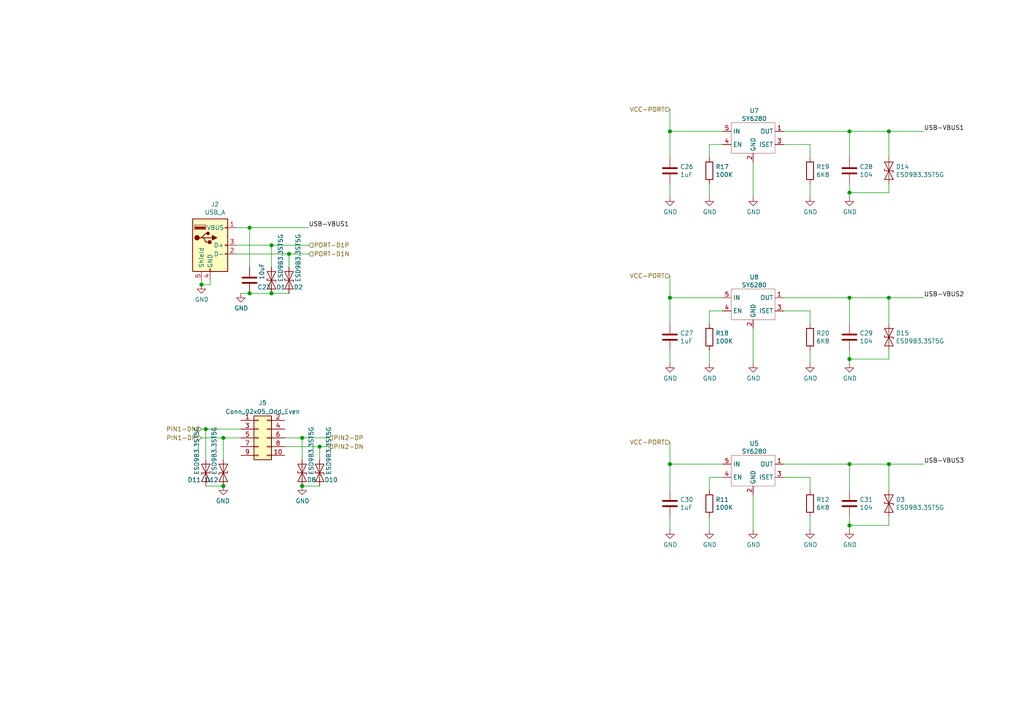
<source format=kicad_sch>
(kicad_sch (version 20210406) (generator eeschema)
  (paper "A4")
  (lib_symbols
    (symbol "Connector:USB_A" (pin_names (offset 1.016))
      (property "Reference" "J" (at -5.08 11.43 0))
      (property "Value" "USB_A" (at -5.08 8.89 0))
      (symbol "USB_A_0_1"
        (circle (center -3.81 2.159) (radius 0.635) (stroke (width 0.254)) (fill (type outline)))
        (circle (center -0.635 3.429) (radius 0.381) (stroke (width 0.254)) (fill (type outline)))
        (rectangle (start -1.27 4.572) (end -4.572 5.842))
        (rectangle (start -0.127 -7.62) (end 0.127 -6.858))
        (rectangle (start 5.08 -2.667) (end 4.318 -2.413))
        (rectangle (start 5.08 -0.127) (end 4.318 0.127))
        (rectangle (start 5.08 4.953) (end 4.318 5.207))
        (rectangle (start -1.524 4.826) (end -4.318 5.334) (fill (type outline)))
        (rectangle (start 0.254 1.27) (end -0.508 0.508) (stroke (width 0.254)) (fill (type outline)))
        (rectangle (start -5.08 -7.62) (end 5.08 7.62) (stroke (width 0.254)) (fill (type background)))
        (polyline (pts (xy -3.175 2.159) (xy -2.54 2.159) (xy -1.27 3.429) (xy -0.635 3.429)) (stroke (width 0.254)))
        (polyline (pts (xy -2.54 2.159) (xy -1.905 2.159) (xy -1.27 0.889) (xy 0 0.889)) (stroke (width 0.254)))
        (polyline (pts (xy 0.635 2.794) (xy 0.635 1.524) (xy 1.905 2.159) (xy 0.635 2.794)) (stroke (width 0.254)) (fill (type outline)))
      )
      (symbol "USB_A_1_1"
        (polyline (pts (xy -1.905 2.159) (xy 0.635 2.159)) (stroke (width 0.254)))
        (pin power_in line (at 7.62 5.08 180) (length 2.54) (name "VBUS") (number "1"))
        (pin bidirectional line (at 7.62 -2.54 180) (length 2.54) (name "D-") (number "2"))
        (pin bidirectional line (at 7.62 0 180) (length 2.54) (name "D+") (number "3"))
        (pin power_in line (at 0 -10.16 90) (length 2.54) (name "GND") (number "4"))
        (pin passive line (at -2.54 -10.16 90) (length 2.54) (name "Shield") (number "5"))
      )
    )
    (symbol "Connector_Generic:Conn_02x05_Odd_Even" (pin_names (offset 1.016) hide)
      (property "Reference" "J" (at 1.27 7.62 0))
      (property "Value" "Conn_02x05_Odd_Even" (at 1.27 -7.62 0))
      (symbol "Conn_02x05_Odd_Even_1_1"
        (rectangle (start -1.27 -4.953) (end 0 -5.207) (stroke (width 0.1524)))
        (rectangle (start -1.27 -2.413) (end 0 -2.667) (stroke (width 0.1524)))
        (rectangle (start -1.27 0.127) (end 0 -0.127) (stroke (width 0.1524)))
        (rectangle (start -1.27 2.667) (end 0 2.413) (stroke (width 0.1524)))
        (rectangle (start -1.27 5.207) (end 0 4.953) (stroke (width 0.1524)))
        (rectangle (start 3.81 -4.953) (end 2.54 -5.207) (stroke (width 0.1524)))
        (rectangle (start 3.81 -2.413) (end 2.54 -2.667) (stroke (width 0.1524)))
        (rectangle (start 3.81 0.127) (end 2.54 -0.127) (stroke (width 0.1524)))
        (rectangle (start 3.81 2.667) (end 2.54 2.413) (stroke (width 0.1524)))
        (rectangle (start 3.81 5.207) (end 2.54 4.953) (stroke (width 0.1524)))
        (rectangle (start -1.27 6.35) (end 3.81 -6.35) (stroke (width 0.254)) (fill (type background)))
        (pin passive line (at -5.08 5.08 0) (length 3.81) (name "Pin_1") (number "1"))
        (pin passive line (at 7.62 -5.08 180) (length 3.81) (name "Pin_10") (number "10"))
        (pin passive line (at 7.62 5.08 180) (length 3.81) (name "Pin_2") (number "2"))
        (pin passive line (at -5.08 2.54 0) (length 3.81) (name "Pin_3") (number "3"))
        (pin passive line (at 7.62 2.54 180) (length 3.81) (name "Pin_4") (number "4"))
        (pin passive line (at -5.08 0 0) (length 3.81) (name "Pin_5") (number "5"))
        (pin passive line (at 7.62 0 180) (length 3.81) (name "Pin_6") (number "6"))
        (pin passive line (at -5.08 -2.54 0) (length 3.81) (name "Pin_7") (number "7"))
        (pin passive line (at 7.62 -2.54 180) (length 3.81) (name "Pin_8") (number "8"))
        (pin passive line (at -5.08 -5.08 0) (length 3.81) (name "Pin_9") (number "9"))
      )
    )
    (symbol "Device:C" (pin_numbers hide) (pin_names (offset 0.254))
      (property "Reference" "C" (at 0.635 2.54 0))
      (property "Value" "C" (at 0.635 -2.54 0))
      (symbol "C_0_1"
        (polyline (pts (xy -2.032 -0.762) (xy 2.032 -0.762)) (stroke (width 0.508)))
        (polyline (pts (xy -2.032 0.762) (xy 2.032 0.762)) (stroke (width 0.508)))
      )
      (symbol "C_1_1"
        (pin passive line (at 0 3.81 270) (length 2.794) (name "~") (number "1"))
        (pin passive line (at 0 -3.81 90) (length 2.794) (name "~") (number "2"))
      )
    )
    (symbol "Device:R" (pin_numbers hide) (pin_names (offset 0))
      (property "Reference" "R" (at 2.032 0 90))
      (property "Value" "R" (at 0 0 90))
      (symbol "R_0_1"
        (rectangle (start -1.016 -2.54) (end 1.016 2.54) (stroke (width 0.254)))
      )
      (symbol "R_1_1"
        (pin passive line (at 0 3.81 270) (length 1.27) (name "~") (number "1"))
        (pin passive line (at 0 -3.81 90) (length 1.27) (name "~") (number "2"))
      )
    )
    (symbol "Diode:ESD9B3.3ST5G" (pin_numbers hide) (pin_names (offset 1.016) hide)
      (property "Reference" "D" (at 0 2.54 0))
      (property "Value" "ESD9B3.3ST5G" (at 0 -2.54 0))
      (symbol "ESD9B3.3ST5G_0_1"
        (polyline (pts (xy 1.27 0) (xy -1.27 0)))
        (polyline (pts (xy -2.54 -1.27) (xy 0 0) (xy -2.54 1.27) (xy -2.54 -1.27)) (stroke (width 0.2032)))
        (polyline (pts (xy 0.508 1.27) (xy 0 1.27) (xy 0 -1.27) (xy -0.508 -1.27)) (stroke (width 0.2032)))
        (polyline (pts (xy 2.54 1.27) (xy 2.54 -1.27) (xy 0 0) (xy 2.54 1.27)) (stroke (width 0.2032)))
      )
      (symbol "ESD9B3.3ST5G_1_1"
        (pin passive line (at -3.81 0 0) (length 2.54) (name "A1") (number "1"))
        (pin passive line (at 3.81 0 180) (length 2.54) (name "A2") (number "2"))
      )
    )
    (symbol "SY6280:SY6280"
      (property "Reference" "U" (at 6.35 -5.08 0))
      (property "Value" "SY6280" (at -3.81 6.35 0))
      (symbol "SY6280_0_1"
        (rectangle (start -6.35 5.08) (end 6.35 -3.81) (stroke (width 0.0006)))
      )
      (symbol "SY6280_1_1"
        (pin input line (at 8.89 2.54 180) (length 2.54) (name "OUT") (number "1"))
        (pin input line (at 0 -6.35 90) (length 2.54) (name "GND") (number "2"))
        (pin input line (at 8.89 -1.27 180) (length 2.54) (name "ISET") (number "3"))
        (pin input line (at -8.89 -1.27 0) (length 2.54) (name "EN") (number "4"))
        (pin input line (at -8.89 2.54 0) (length 2.54) (name "IN") (number "5"))
      )
    )
    (symbol "power:GND" (power) (pin_names (offset 0))
      (property "Value" "GND" (at 0 -3.81 0))
      (symbol "GND_0_1"
        (polyline (pts (xy 0 0) (xy 0 -1.27) (xy 1.27 -1.27) (xy 0 -2.54) (xy -1.27 -1.27) (xy 0 -1.27)))
      )
      (symbol "GND_1_1"
        (pin power_in line (at 0 0 270) (length 0) hide (name "GND") (number "1"))
      )
    )
  )
  (junction (at 58.42 82.55) (diameter 1.016))
  (junction (at 59.69 124.46) (diameter 1.016))
  (junction (at 64.77 127) (diameter 1.016))
  (junction (at 64.77 140.97) (diameter 1.016))
  (junction (at 72.39 66.04) (diameter 1.016))
  (junction (at 72.39 85.09) (diameter 1.016))
  (junction (at 78.74 71.12) (diameter 1.016))
  (junction (at 78.74 85.09) (diameter 1.016))
  (junction (at 83.82 73.66) (diameter 1.016))
  (junction (at 87.63 127) (diameter 1.016))
  (junction (at 87.63 140.97) (diameter 1.016))
  (junction (at 92.71 129.54) (diameter 1.016))
  (junction (at 194.31 38.1) (diameter 1.016))
  (junction (at 194.31 86.36) (diameter 1.016))
  (junction (at 194.31 134.62) (diameter 1.016))
  (junction (at 246.38 38.1) (diameter 1.016))
  (junction (at 246.38 55.88) (diameter 1.016))
  (junction (at 246.38 86.36) (diameter 1.016))
  (junction (at 246.38 104.14) (diameter 1.016))
  (junction (at 246.38 134.62) (diameter 1.016))
  (junction (at 246.38 152.4) (diameter 1.016))
  (junction (at 257.81 38.1) (diameter 1.016))
  (junction (at 257.81 86.36) (diameter 1.016))
  (junction (at 257.81 134.62) (diameter 1.016))
  (wire (pts (xy 58.42 81.28) (xy 58.42 82.55)))
  (wire (pts (xy 58.42 124.46) (xy 59.69 124.46)))
  (wire (pts (xy 58.42 127) (xy 64.77 127)))
  (wire (pts (xy 59.69 124.46) (xy 59.69 133.35)))
  (wire (pts (xy 59.69 124.46) (xy 69.85 124.46)))
  (wire (pts (xy 60.96 81.28) (xy 60.96 82.55)))
  (wire (pts (xy 60.96 82.55) (xy 58.42 82.55)))
  (wire (pts (xy 64.77 127) (xy 64.77 133.35)))
  (wire (pts (xy 64.77 140.97) (xy 59.69 140.97)))
  (wire (pts (xy 68.58 66.04) (xy 72.39 66.04)))
  (wire (pts (xy 68.58 71.12) (xy 78.74 71.12)))
  (wire (pts (xy 68.58 73.66) (xy 83.82 73.66)))
  (wire (pts (xy 69.85 85.09) (xy 72.39 85.09)))
  (wire (pts (xy 69.85 127) (xy 64.77 127)))
  (wire (pts (xy 72.39 66.04) (xy 72.39 77.47)))
  (wire (pts (xy 72.39 66.04) (xy 89.535 66.04)))
  (wire (pts (xy 72.39 85.09) (xy 78.74 85.09)))
  (wire (pts (xy 78.74 71.12) (xy 78.74 77.47)))
  (wire (pts (xy 78.74 71.12) (xy 89.535 71.12)))
  (wire (pts (xy 78.74 85.09) (xy 83.82 85.09)))
  (wire (pts (xy 82.55 127) (xy 87.63 127)))
  (wire (pts (xy 82.55 129.54) (xy 92.71 129.54)))
  (wire (pts (xy 83.82 73.66) (xy 83.82 77.47)))
  (wire (pts (xy 83.82 73.66) (xy 89.535 73.66)))
  (wire (pts (xy 87.63 127) (xy 87.63 133.35)))
  (wire (pts (xy 87.63 140.97) (xy 92.71 140.97)))
  (wire (pts (xy 92.71 129.54) (xy 92.71 133.35)))
  (wire (pts (xy 95.25 127) (xy 87.63 127)))
  (wire (pts (xy 95.25 129.54) (xy 92.71 129.54)))
  (wire (pts (xy 194.31 31.75) (xy 194.31 38.1)))
  (wire (pts (xy 194.31 38.1) (xy 194.31 45.72)))
  (wire (pts (xy 194.31 38.1) (xy 209.55 38.1)))
  (wire (pts (xy 194.31 57.15) (xy 194.31 53.34)))
  (wire (pts (xy 194.31 80.01) (xy 194.31 86.36)))
  (wire (pts (xy 194.31 86.36) (xy 194.31 93.98)))
  (wire (pts (xy 194.31 86.36) (xy 209.55 86.36)))
  (wire (pts (xy 194.31 105.41) (xy 194.31 101.6)))
  (wire (pts (xy 194.31 128.27) (xy 194.31 134.62)))
  (wire (pts (xy 194.31 134.62) (xy 194.31 142.24)))
  (wire (pts (xy 194.31 134.62) (xy 209.55 134.62)))
  (wire (pts (xy 194.31 153.67) (xy 194.31 149.86)))
  (wire (pts (xy 205.74 41.91) (xy 205.74 45.72)))
  (wire (pts (xy 205.74 53.34) (xy 205.74 57.15)))
  (wire (pts (xy 205.74 90.17) (xy 205.74 93.98)))
  (wire (pts (xy 205.74 101.6) (xy 205.74 105.41)))
  (wire (pts (xy 205.74 138.43) (xy 205.74 142.24)))
  (wire (pts (xy 205.74 149.86) (xy 205.74 153.67)))
  (wire (pts (xy 209.55 41.91) (xy 205.74 41.91)))
  (wire (pts (xy 209.55 90.17) (xy 205.74 90.17)))
  (wire (pts (xy 209.55 138.43) (xy 205.74 138.43)))
  (wire (pts (xy 218.44 46.99) (xy 218.44 57.15)))
  (wire (pts (xy 218.44 95.25) (xy 218.44 105.41)))
  (wire (pts (xy 218.44 143.51) (xy 218.44 153.67)))
  (wire (pts (xy 227.33 38.1) (xy 246.38 38.1)))
  (wire (pts (xy 227.33 41.91) (xy 234.95 41.91)))
  (wire (pts (xy 227.33 86.36) (xy 246.38 86.36)))
  (wire (pts (xy 227.33 90.17) (xy 234.95 90.17)))
  (wire (pts (xy 227.33 134.62) (xy 246.38 134.62)))
  (wire (pts (xy 227.33 138.43) (xy 234.95 138.43)))
  (wire (pts (xy 234.95 41.91) (xy 234.95 45.72)))
  (wire (pts (xy 234.95 53.34) (xy 234.95 57.15)))
  (wire (pts (xy 234.95 90.17) (xy 234.95 93.98)))
  (wire (pts (xy 234.95 101.6) (xy 234.95 105.41)))
  (wire (pts (xy 234.95 138.43) (xy 234.95 142.24)))
  (wire (pts (xy 234.95 149.86) (xy 234.95 153.67)))
  (wire (pts (xy 246.38 38.1) (xy 246.38 45.72)))
  (wire (pts (xy 246.38 38.1) (xy 257.81 38.1)))
  (wire (pts (xy 246.38 53.34) (xy 246.38 55.88)))
  (wire (pts (xy 246.38 55.88) (xy 246.38 57.15)))
  (wire (pts (xy 246.38 86.36) (xy 246.38 93.98)))
  (wire (pts (xy 246.38 86.36) (xy 257.81 86.36)))
  (wire (pts (xy 246.38 101.6) (xy 246.38 104.14)))
  (wire (pts (xy 246.38 104.14) (xy 246.38 105.41)))
  (wire (pts (xy 246.38 134.62) (xy 246.38 142.24)))
  (wire (pts (xy 246.38 134.62) (xy 257.81 134.62)))
  (wire (pts (xy 246.38 149.86) (xy 246.38 152.4)))
  (wire (pts (xy 246.38 152.4) (xy 246.38 153.67)))
  (wire (pts (xy 257.81 38.1) (xy 257.81 45.72)))
  (wire (pts (xy 257.81 38.1) (xy 267.97 38.1)))
  (wire (pts (xy 257.81 53.34) (xy 257.81 55.88)))
  (wire (pts (xy 257.81 55.88) (xy 246.38 55.88)))
  (wire (pts (xy 257.81 86.36) (xy 257.81 93.98)))
  (wire (pts (xy 257.81 86.36) (xy 267.97 86.36)))
  (wire (pts (xy 257.81 101.6) (xy 257.81 104.14)))
  (wire (pts (xy 257.81 104.14) (xy 246.38 104.14)))
  (wire (pts (xy 257.81 134.62) (xy 257.81 142.24)))
  (wire (pts (xy 257.81 134.62) (xy 267.97 134.62)))
  (wire (pts (xy 257.81 149.86) (xy 257.81 152.4)))
  (wire (pts (xy 257.81 152.4) (xy 246.38 152.4)))
  (label "USB-VBUS1" (at 89.535 66.04 0))
  (label "USB-VBUS1" (at 267.97 38.1 0))
  (label "USB-VBUS2" (at 267.97 86.36 0))
  (label "USB-VBUS3" (at 267.97 134.62 0))
  (hierarchical_label "PIN1-DN" (shape input) (at 58.42 124.46 180))
  (hierarchical_label "PIN1-DP" (shape input) (at 58.42 127 180))
  (hierarchical_label "PORT-D1P" (shape input) (at 89.535 71.12 0))
  (hierarchical_label "PORT-D1N" (shape input) (at 89.535 73.66 0))
  (hierarchical_label "PIN2-DP" (shape input) (at 95.25 127 0))
  (hierarchical_label "PIN2-DN" (shape input) (at 95.25 129.54 0))
  (hierarchical_label "VCC-PORT" (shape input) (at 194.31 31.75 180))
  (hierarchical_label "VCC-PORT" (shape input) (at 194.31 80.01 180))
  (hierarchical_label "VCC-PORT" (shape input) (at 194.31 128.27 180))
  (symbol (lib_id "power:GND") (at 58.42 82.55 0) (unit 1)
    (property "Reference" "#PWR0150" (effects hide))
    (property "Value" "GND" (at 58.5343 86.8744 0))
  )
  (symbol (lib_id "power:GND") (at 64.77 140.97 0) (mirror y) (unit 1)
    (property "Reference" "#PWR0135" (effects hide))
    (property "Value" "GND" (at 64.6557 145.2944 0))
  )
  (symbol (lib_id "power:GND") (at 69.85 85.09 0) (unit 1)
    (property "Reference" "#PWR0149" (effects hide))
    (property "Value" "GND" (at 69.9643 89.4144 0))
  )
  (symbol (lib_id "power:GND") (at 87.63 140.97 0) (unit 1)
    (property "Reference" "#PWR0134" (effects hide))
    (property "Value" "GND" (at 87.7443 145.2944 0))
  )
  (symbol (lib_id "power:GND") (at 194.31 57.15 0) (unit 1)
    (property "Reference" "#PWR0137" (effects hide))
    (property "Value" "GND" (at 194.4243 61.4744 0))
  )
  (symbol (lib_id "power:GND") (at 194.31 105.41 0) (unit 1)
    (property "Reference" "#PWR0138" (effects hide))
    (property "Value" "GND" (at 194.4243 109.7344 0))
  )
  (symbol (lib_id "power:GND") (at 194.31 153.67 0) (unit 1)
    (property "Reference" "#PWR0122" (effects hide))
    (property "Value" "GND" (at 194.4243 157.9944 0))
  )
  (symbol (lib_id "power:GND") (at 205.74 57.15 0) (unit 1)
    (property "Reference" "#PWR0139" (effects hide))
    (property "Value" "GND" (at 205.8543 61.4744 0))
  )
  (symbol (lib_id "power:GND") (at 205.74 105.41 0) (unit 1)
    (property "Reference" "#PWR0120" (effects hide))
    (property "Value" "GND" (at 205.8543 109.7344 0))
  )
  (symbol (lib_id "power:GND") (at 205.74 153.67 0) (unit 1)
    (property "Reference" "#PWR0125" (effects hide))
    (property "Value" "GND" (at 205.8543 157.9944 0))
  )
  (symbol (lib_id "power:GND") (at 218.44 57.15 0) (unit 1)
    (property "Reference" "#PWR0132" (effects hide))
    (property "Value" "GND" (at 218.5543 61.4744 0))
  )
  (symbol (lib_id "power:GND") (at 218.44 105.41 0) (unit 1)
    (property "Reference" "#PWR0121" (effects hide))
    (property "Value" "GND" (at 218.5543 109.7344 0))
  )
  (symbol (lib_id "power:GND") (at 218.44 153.67 0) (unit 1)
    (property "Reference" "#PWR0124" (effects hide))
    (property "Value" "GND" (at 218.5543 157.9944 0))
  )
  (symbol (lib_id "power:GND") (at 234.95 57.15 0) (unit 1)
    (property "Reference" "#PWR0136" (effects hide))
    (property "Value" "GND" (at 235.0643 61.4744 0))
  )
  (symbol (lib_id "power:GND") (at 234.95 105.41 0) (unit 1)
    (property "Reference" "#PWR0144" (effects hide))
    (property "Value" "GND" (at 235.0643 109.7344 0))
  )
  (symbol (lib_id "power:GND") (at 234.95 153.67 0) (unit 1)
    (property "Reference" "#PWR0130" (effects hide))
    (property "Value" "GND" (at 235.0643 157.9944 0))
  )
  (symbol (lib_id "power:GND") (at 246.38 57.15 0) (unit 1)
    (property "Reference" "#PWR0133" (effects hide))
    (property "Value" "GND" (at 246.4943 61.4744 0))
  )
  (symbol (lib_id "power:GND") (at 246.38 105.41 0) (unit 1)
    (property "Reference" "#PWR0143" (effects hide))
    (property "Value" "GND" (at 246.4943 109.7344 0))
  )
  (symbol (lib_id "power:GND") (at 246.38 153.67 0) (unit 1)
    (property "Reference" "#PWR0126" (effects hide))
    (property "Value" "GND" (at 246.4943 157.9944 0))
  )
  (symbol (lib_id "Device:R") (at 205.74 49.53 0) (unit 1)
    (property "Reference" "R17" (at 207.5181 48.3806 0) (effects (justify left)))
    (property "Value" "100K" (at 207.518 50.679 0) (effects (justify left)))
    (property "Footprint" "Resistor_SMD:R_0402_1005Metric" (effects hide))
  )
  (symbol (lib_id "Device:R") (at 205.74 97.79 0) (unit 1)
    (property "Reference" "R18" (at 207.5181 96.6406 0) (effects (justify left)))
    (property "Value" "100K" (at 207.518 98.939 0) (effects (justify left)))
    (property "Footprint" "Resistor_SMD:R_0402_1005Metric" (effects hide))
  )
  (symbol (lib_id "Device:R") (at 205.74 146.05 0) (unit 1)
    (property "Reference" "R11" (at 207.5181 144.9006 0) (effects (justify left)))
    (property "Value" "100K" (at 207.518 147.199 0) (effects (justify left)))
    (property "Footprint" "Resistor_SMD:R_0402_1005Metric" (effects hide))
  )
  (symbol (lib_id "Device:R") (at 234.95 49.53 0) (unit 1)
    (property "Reference" "R19" (at 236.7281 48.3806 0) (effects (justify left)))
    (property "Value" "6K8" (at 236.728 50.679 0) (effects (justify left)))
    (property "Footprint" "Resistor_SMD:R_0402_1005Metric" (effects hide))
  )
  (symbol (lib_id "Device:R") (at 234.95 97.79 0) (unit 1)
    (property "Reference" "R20" (at 236.7281 96.6406 0) (effects (justify left)))
    (property "Value" "6K8" (at 236.728 98.939 0) (effects (justify left)))
    (property "Footprint" "Resistor_SMD:R_0402_1005Metric" (effects hide))
  )
  (symbol (lib_id "Device:R") (at 234.95 146.05 0) (unit 1)
    (property "Reference" "R12" (at 236.7281 144.9006 0) (effects (justify left)))
    (property "Value" "6K8" (at 236.728 147.199 0) (effects (justify left)))
    (property "Footprint" "Resistor_SMD:R_0402_1005Metric" (effects hide))
  )
  (symbol (lib_id "Diode:ESD9B3.3ST5G") (at 59.69 137.16 270) (mirror x) (unit 1)
    (property "Reference" "D11" (at 58.3183 139.1856 90) (effects (justify right)))
    (property "Value" "ESD9B3.3ST5G" (at 57.0483 123.7043 0) (effects (justify right)))
    (property "Footprint" "Diode_SMD:D_SOD-923" (effects hide))
    (property "Datasheet" "https://www.onsemi.com/pub/Collateral/ESD9B-D.PDF" (effects hide))
  )
  (symbol (lib_id "Diode:ESD9B3.3ST5G") (at 64.77 137.16 270) (mirror x) (unit 1)
    (property "Reference" "D12" (at 63.3983 139.1856 90) (effects (justify right)))
    (property "Value" "ESD9B3.3ST5G" (at 62.1283 123.7043 0) (effects (justify right)))
    (property "Footprint" "Diode_SMD:D_SOD-923" (effects hide))
    (property "Datasheet" "https://www.onsemi.com/pub/Collateral/ESD9B-D.PDF" (effects hide))
  )
  (symbol (lib_id "Diode:ESD9B3.3ST5G") (at 78.74 81.28 90) (unit 1)
    (property "Reference" "D1" (at 80.1117 83.3056 90) (effects (justify right)))
    (property "Value" "ESD9B3.3ST5G" (at 81.3817 67.8243 0) (effects (justify right)))
    (property "Footprint" "Diode_SMD:D_SOD-923" (effects hide))
    (property "Datasheet" "https://www.onsemi.com/pub/Collateral/ESD9B-D.PDF" (effects hide))
  )
  (symbol (lib_id "Diode:ESD9B3.3ST5G") (at 83.82 81.28 90) (unit 1)
    (property "Reference" "D2" (at 85.1917 83.3056 90) (effects (justify right)))
    (property "Value" "ESD9B3.3ST5G" (at 86.4617 67.8243 0) (effects (justify right)))
    (property "Footprint" "Diode_SMD:D_SOD-923" (effects hide))
    (property "Datasheet" "https://www.onsemi.com/pub/Collateral/ESD9B-D.PDF" (effects hide))
  )
  (symbol (lib_id "Diode:ESD9B3.3ST5G") (at 87.63 137.16 90) (unit 1)
    (property "Reference" "D8" (at 89.0017 139.1856 90) (effects (justify right)))
    (property "Value" "ESD9B3.3ST5G" (at 90.2717 123.7043 0) (effects (justify right)))
    (property "Footprint" "Diode_SMD:D_SOD-923" (effects hide))
    (property "Datasheet" "https://www.onsemi.com/pub/Collateral/ESD9B-D.PDF" (effects hide))
  )
  (symbol (lib_id "Diode:ESD9B3.3ST5G") (at 92.71 137.16 90) (unit 1)
    (property "Reference" "D10" (at 94.0817 139.1856 90) (effects (justify right)))
    (property "Value" "ESD9B3.3ST5G" (at 95.3517 123.7043 0) (effects (justify right)))
    (property "Footprint" "Diode_SMD:D_SOD-923" (effects hide))
    (property "Datasheet" "https://www.onsemi.com/pub/Collateral/ESD9B-D.PDF" (effects hide))
  )
  (symbol (lib_id "Diode:ESD9B3.3ST5G") (at 257.81 49.53 90) (unit 1)
    (property "Reference" "D14" (at 259.8167 48.3806 90) (effects (justify right)))
    (property "Value" "ESD9B3.3ST5G" (at 259.8167 50.6793 90) (effects (justify right)))
    (property "Footprint" "Diode_SMD:D_SOD-923" (effects hide))
    (property "Datasheet" "https://www.onsemi.com/pub/Collateral/ESD9B-D.PDF" (effects hide))
  )
  (symbol (lib_id "Diode:ESD9B3.3ST5G") (at 257.81 97.79 90) (unit 1)
    (property "Reference" "D15" (at 259.8167 96.6406 90) (effects (justify right)))
    (property "Value" "ESD9B3.3ST5G" (at 259.8167 98.9393 90) (effects (justify right)))
    (property "Footprint" "Diode_SMD:D_SOD-923" (effects hide))
    (property "Datasheet" "https://www.onsemi.com/pub/Collateral/ESD9B-D.PDF" (effects hide))
  )
  (symbol (lib_id "Diode:ESD9B3.3ST5G") (at 257.81 146.05 90) (unit 1)
    (property "Reference" "D3" (at 259.8167 144.9006 90) (effects (justify right)))
    (property "Value" "ESD9B3.3ST5G" (at 259.8167 147.1993 90) (effects (justify right)))
    (property "Footprint" "Diode_SMD:D_SOD-923" (effects hide))
    (property "Datasheet" "https://www.onsemi.com/pub/Collateral/ESD9B-D.PDF" (effects hide))
  )
  (symbol (lib_id "Device:C") (at 72.39 81.28 0) (unit 1)
    (property "Reference" "C23" (at 74.6761 83.3056 0) (effects (justify left)))
    (property "Value" "10uF" (at 75.946 81.159 90) (effects (justify left)))
    (property "Footprint" "Capacitor_SMD:C_0603_1608Metric" (effects hide))
  )
  (symbol (lib_id "Device:C") (at 194.31 49.53 0) (unit 1)
    (property "Reference" "C26" (at 197.2311 48.3806 0) (effects (justify left)))
    (property "Value" "1uF" (at 197.231 50.679 0) (effects (justify left)))
    (property "Footprint" "Capacitor_SMD:C_0402_1005Metric" (effects hide))
  )
  (symbol (lib_id "Device:C") (at 194.31 97.79 0) (unit 1)
    (property "Reference" "C27" (at 197.2311 96.6406 0) (effects (justify left)))
    (property "Value" "1uF" (at 197.231 98.939 0) (effects (justify left)))
    (property "Footprint" "Capacitor_SMD:C_0402_1005Metric" (effects hide))
  )
  (symbol (lib_id "Device:C") (at 194.31 146.05 0) (unit 1)
    (property "Reference" "C30" (at 197.2311 144.9006 0) (effects (justify left)))
    (property "Value" "1uF" (at 197.231 147.199 0) (effects (justify left)))
    (property "Footprint" "Capacitor_SMD:C_0402_1005Metric" (effects hide))
  )
  (symbol (lib_id "Device:C") (at 246.38 49.53 0) (unit 1)
    (property "Reference" "C28" (at 249.3011 48.3806 0) (effects (justify left)))
    (property "Value" "104" (at 249.301 50.679 0) (effects (justify left)))
    (property "Footprint" "Capacitor_SMD:C_0402_1005Metric" (effects hide))
  )
  (symbol (lib_id "Device:C") (at 246.38 97.79 0) (unit 1)
    (property "Reference" "C29" (at 249.3011 96.6406 0) (effects (justify left)))
    (property "Value" "104" (at 249.301 98.939 0) (effects (justify left)))
    (property "Footprint" "Capacitor_SMD:C_0402_1005Metric" (effects hide))
  )
  (symbol (lib_id "Device:C") (at 246.38 146.05 0) (unit 1)
    (property "Reference" "C31" (at 249.3011 144.9006 0) (effects (justify left)))
    (property "Value" "104" (at 249.301 147.199 0) (effects (justify left)))
    (property "Footprint" "Capacitor_SMD:C_0402_1005Metric" (effects hide))
  )
  (symbol (lib_id "Connector_Generic:Conn_02x05_Odd_Even") (at 74.93 127 0) (unit 1)
    (property "Reference" "J5" (at 76.2 116.84 0))
    (property "Value" "Conn_02x05_Odd_Even" (at 76.2 119.38 0))
    (property "Footprint" "Connector_PinHeader_2.54mm:PinHeader_2x05_P2.54mm_Vertical" (effects hide))
  )
  (symbol (lib_id "SY6280:SY6280") (at 218.44 40.64 0) (unit 1)
    (property "Reference" "U7" (at 218.7575 32.1115 0))
    (property "Value" "SY6280" (at 218.7575 34.4102 0))
    (property "Footprint" "Package_TO_SOT_SMD:SOT-23-5" (effects hide))
  )
  (symbol (lib_id "SY6280:SY6280") (at 218.44 88.9 0) (unit 1)
    (property "Reference" "U8" (at 218.7575 80.3715 0))
    (property "Value" "SY6280" (at 218.7575 82.6702 0))
    (property "Footprint" "Package_TO_SOT_SMD:SOT-23-5" (effects hide))
  )
  (symbol (lib_id "SY6280:SY6280") (at 218.44 137.16 0) (unit 1)
    (property "Reference" "U5" (at 218.7575 128.6315 0))
    (property "Value" "SY6280" (at 218.7575 130.9302 0))
    (property "Footprint" "Package_TO_SOT_SMD:SOT-23-5" (effects hide))
  )
  (symbol (lib_id "Connector:USB_A") (at 60.96 71.12 0) (unit 1)
    (property "Reference" "J2" (at 62.357 59.2898 0))
    (property "Value" "USB_A" (at 62.357 61.5885 0))
    (property "Footprint" "Connector_USB:USB_A_Wuerth_614004134726_Horizontal" (effects hide))
    (property "Datasheet" " ~" (effects hide))
  )
)
</source>
